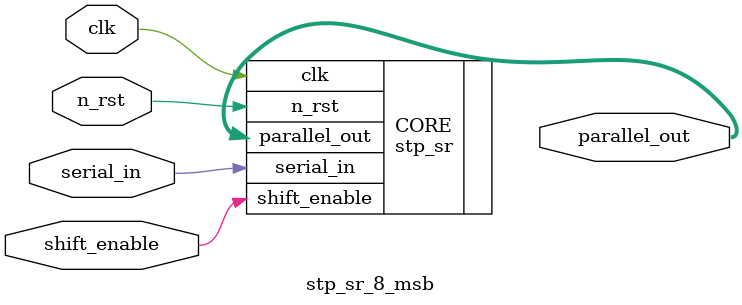
<source format=sv>

module stp_sr_8_msb
(
	input wire clk,
	input wire n_rst,
	input wire serial_in,
	input wire shift_enable,
	output wire [7:0] parallel_out 
);

	stp_sr 
	#(
		.NUM_BITS(8),
		.SHIFT_MSB(1)
		)
	CORE(
		.clk(clk),
		.n_rst(n_rst),
		.serial_in(serial_in),
		.shift_enable(shift_enable),
		.parallel_out(parallel_out)
	);

endmodule

</source>
